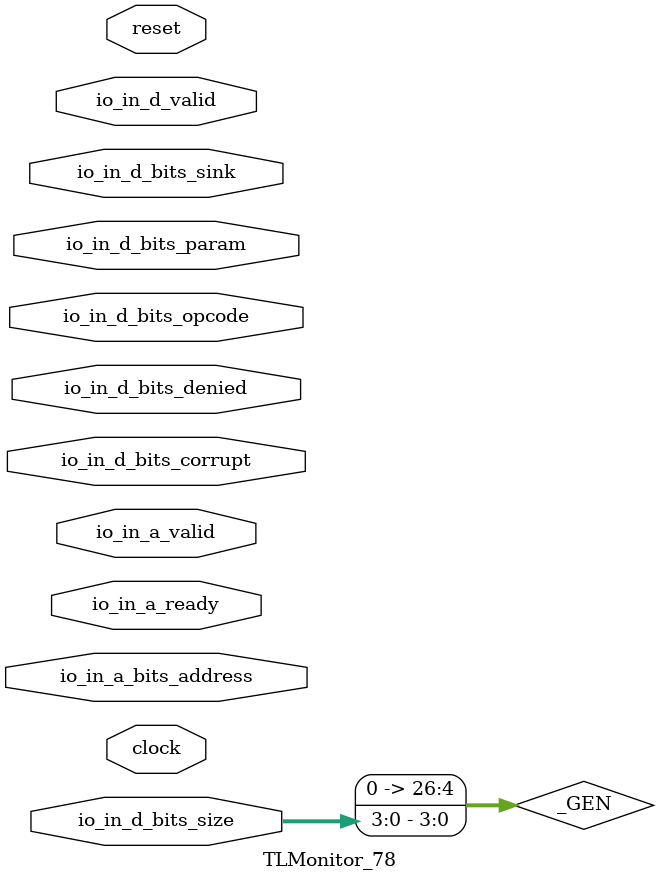
<source format=sv>
`ifndef RANDOMIZE
  `ifdef RANDOMIZE_REG_INIT
    `define RANDOMIZE
  `endif // RANDOMIZE_REG_INIT
`endif // not def RANDOMIZE
`ifndef RANDOMIZE
  `ifdef RANDOMIZE_MEM_INIT
    `define RANDOMIZE
  `endif // RANDOMIZE_MEM_INIT
`endif // not def RANDOMIZE

`ifndef RANDOM
  `define RANDOM $random
`endif // not def RANDOM

// Users can define 'PRINTF_COND' to add an extra gate to prints.
`ifndef PRINTF_COND_
  `ifdef PRINTF_COND
    `define PRINTF_COND_ (`PRINTF_COND)
  `else  // PRINTF_COND
    `define PRINTF_COND_ 1
  `endif // PRINTF_COND
`endif // not def PRINTF_COND_

// Users can define 'ASSERT_VERBOSE_COND' to add an extra gate to assert error printing.
`ifndef ASSERT_VERBOSE_COND_
  `ifdef ASSERT_VERBOSE_COND
    `define ASSERT_VERBOSE_COND_ (`ASSERT_VERBOSE_COND)
  `else  // ASSERT_VERBOSE_COND
    `define ASSERT_VERBOSE_COND_ 1
  `endif // ASSERT_VERBOSE_COND
`endif // not def ASSERT_VERBOSE_COND_

// Users can define 'STOP_COND' to add an extra gate to stop conditions.
`ifndef STOP_COND_
  `ifdef STOP_COND
    `define STOP_COND_ (`STOP_COND)
  `else  // STOP_COND
    `define STOP_COND_ 1
  `endif // STOP_COND
`endif // not def STOP_COND_

// Users can define INIT_RANDOM as general code that gets injected into the
// initializer block for modules with registers.
`ifndef INIT_RANDOM
  `define INIT_RANDOM
`endif // not def INIT_RANDOM

// If using random initialization, you can also define RANDOMIZE_DELAY to
// customize the delay used, otherwise 0.002 is used.
`ifndef RANDOMIZE_DELAY
  `define RANDOMIZE_DELAY 0.002
`endif // not def RANDOMIZE_DELAY

// Define INIT_RANDOM_PROLOG_ for use in our modules below.
`ifndef INIT_RANDOM_PROLOG_
  `ifdef RANDOMIZE
    `ifdef VERILATOR
      `define INIT_RANDOM_PROLOG_ `INIT_RANDOM
    `else  // VERILATOR
      `define INIT_RANDOM_PROLOG_ `INIT_RANDOM #`RANDOMIZE_DELAY begin end
    `endif // VERILATOR
  `else  // RANDOMIZE
    `define INIT_RANDOM_PROLOG_
  `endif // RANDOMIZE
`endif // not def INIT_RANDOM_PROLOG_

module TLMonitor_78(
  input        clock,
               reset,
               io_in_a_ready,
               io_in_a_valid,
  input [34:0] io_in_a_bits_address,
  input        io_in_d_valid,
  input [2:0]  io_in_d_bits_opcode,
  input [1:0]  io_in_d_bits_param,
  input [3:0]  io_in_d_bits_size,
  input [4:0]  io_in_d_bits_sink,
  input        io_in_d_bits_denied,
               io_in_d_bits_corrupt
);

  wire [31:0] _plusarg_reader_1_out;	// @[PlusArg.scala:80:11]
  wire [31:0] _plusarg_reader_out;	// @[PlusArg.scala:80:11]
  wire        _T_1454 = io_in_a_ready & io_in_a_valid;	// @[Decoupled.scala:51:35]
  reg  [8:0]  a_first_counter;	// @[Edges.scala:228:27]
  reg  [2:0]  opcode;	// @[Monitor.scala:384:22]
  reg  [2:0]  param;	// @[Monitor.scala:385:22]
  reg  [3:0]  size;	// @[Monitor.scala:386:22]
  reg         source;	// @[Monitor.scala:387:22]
  reg  [34:0] address;	// @[Monitor.scala:388:22]
  reg  [8:0]  d_first_counter;	// @[Edges.scala:228:27]
  reg  [2:0]  opcode_1;	// @[Monitor.scala:535:22]
  reg  [1:0]  param_1;	// @[Monitor.scala:536:22]
  reg  [3:0]  size_1;	// @[Monitor.scala:537:22]
  reg         source_1;	// @[Monitor.scala:538:22]
  reg  [4:0]  sink;	// @[Monitor.scala:539:22]
  reg         denied;	// @[Monitor.scala:540:22]
  reg         inflight;	// @[Monitor.scala:611:27]
  reg  [3:0]  inflight_opcodes;	// @[Monitor.scala:613:35]
  reg  [7:0]  inflight_sizes;	// @[Monitor.scala:615:33]
  reg  [8:0]  a_first_counter_1;	// @[Edges.scala:228:27]
  wire        a_first_1 = a_first_counter_1 == 9'h0;	// @[Edges.scala:228:27, :230:25]
  reg  [8:0]  d_first_counter_1;	// @[Edges.scala:228:27]
  wire        d_first_1 = d_first_counter_1 == 9'h0;	// @[Edges.scala:228:27, :230:25]
  wire        a_set = _T_1454 & a_first_1;	// @[Decoupled.scala:51:35, Edges.scala:230:25, Monitor.scala:652:27]
  wire        d_release_ack = io_in_d_bits_opcode == 3'h6;	// @[Monitor.scala:81:25, :670:46]
  reg  [31:0] watchdog;	// @[Monitor.scala:706:27]
  reg  [8:0]  d_first_counter_2;	// @[Edges.scala:228:27]
  wire        d_first_2 = d_first_counter_2 == 9'h0;	// @[Edges.scala:228:27, :230:25]
  wire [26:0] _GEN = {23'h0, io_in_d_bits_size};	// @[package.scala:235:71]
  wire [26:0] _d_first_beats1_decode_T_1 = 27'hFFF << _GEN;	// @[package.scala:235:71]
  wire [26:0] _d_first_beats1_decode_T_5 = 27'hFFF << _GEN;	// @[package.scala:235:71]
  wire [26:0] _d_first_beats1_decode_T_9 = 27'hFFF << _GEN;	// @[package.scala:235:71]
  wire        d_clr = io_in_d_valid & d_first_1 & ~d_release_ack;	// @[Edges.scala:230:25, Monitor.scala:670:46, :671:74, :675:72]
  wire        _T_1345 = _T_1454 & ~(|a_first_counter);	// @[Decoupled.scala:51:35, Edges.scala:228:27, :230:25, Monitor.scala:396:20]
  wire        _T_1373 = io_in_d_valid & ~(|d_first_counter);	// @[Edges.scala:228:27, :230:25, Monitor.scala:549:20]
  always @(posedge clock) begin
    if (reset) begin
      a_first_counter <= 9'h0;	// @[Edges.scala:228:27]
      d_first_counter <= 9'h0;	// @[Edges.scala:228:27]
      inflight <= 1'h0;	// @[Monitor.scala:611:27]
      inflight_opcodes <= 4'h0;	// @[Misc.scala:205:21, Monitor.scala:613:35, :638:65]
      inflight_sizes <= 8'h0;	// @[Monitor.scala:615:33, :745:35]
      a_first_counter_1 <= 9'h0;	// @[Edges.scala:228:27]
      d_first_counter_1 <= 9'h0;	// @[Edges.scala:228:27]
      watchdog <= 32'h0;	// @[Monitor.scala:706:27]
      d_first_counter_2 <= 9'h0;	// @[Edges.scala:228:27]
    end
    else begin
      if (_T_1454) begin	// @[Decoupled.scala:51:35]
        if (|a_first_counter)	// @[Edges.scala:228:27, :230:25]
          a_first_counter <= a_first_counter - 9'h1;	// @[Edges.scala:228:27, :229:28]
        else	// @[Edges.scala:230:25]
          a_first_counter <= 9'h0;	// @[Edges.scala:228:27]
        if (a_first_1)	// @[Edges.scala:230:25]
          a_first_counter_1 <= 9'h0;	// @[Edges.scala:228:27]
        else	// @[Edges.scala:230:25]
          a_first_counter_1 <= a_first_counter_1 - 9'h1;	// @[Edges.scala:228:27, :229:28]
      end
      if (io_in_d_valid) begin
        if (|d_first_counter)	// @[Edges.scala:228:27, :230:25]
          d_first_counter <= d_first_counter - 9'h1;	// @[Edges.scala:228:27, :229:28]
        else if (io_in_d_bits_opcode[0])	// @[Edges.scala:105:36]
          d_first_counter <= ~(_d_first_beats1_decode_T_1[11:3]);	// @[Edges.scala:228:27, package.scala:235:{46,71,76}]
        else	// @[Edges.scala:105:36]
          d_first_counter <= 9'h0;	// @[Edges.scala:228:27]
        if (d_first_1) begin	// @[Edges.scala:230:25]
          if (io_in_d_bits_opcode[0])	// @[Edges.scala:105:36]
            d_first_counter_1 <= ~(_d_first_beats1_decode_T_5[11:3]);	// @[Edges.scala:228:27, package.scala:235:{46,71,76}]
          else	// @[Edges.scala:105:36]
            d_first_counter_1 <= 9'h0;	// @[Edges.scala:228:27]
        end
        else	// @[Edges.scala:230:25]
          d_first_counter_1 <= d_first_counter_1 - 9'h1;	// @[Edges.scala:228:27, :229:28]
        if (d_first_2) begin	// @[Edges.scala:230:25]
          if (io_in_d_bits_opcode[0])	// @[Edges.scala:105:36]
            d_first_counter_2 <= ~(_d_first_beats1_decode_T_9[11:3]);	// @[Edges.scala:228:27, package.scala:235:{46,71,76}]
          else	// @[Edges.scala:105:36]
            d_first_counter_2 <= 9'h0;	// @[Edges.scala:228:27]
        end
        else	// @[Edges.scala:230:25]
          d_first_counter_2 <= d_first_counter_2 - 9'h1;	// @[Edges.scala:228:27, :229:28]
      end
      inflight <= (inflight | a_set) & ~d_clr;	// @[Monitor.scala:611:27, :652:27, :675:72, :702:{27,36,38}]
      inflight_opcodes <= (inflight_opcodes | (a_set ? 4'h9 : 4'h0)) & ~{4{d_clr}};	// @[Misc.scala:205:21, Monitor.scala:613:35, :627:33, :638:65, :652:{27,72}, :654:61, :656:28, :665:33, :675:{72,91}, :677:21, :703:{43,60,62}]
      inflight_sizes <= (inflight_sizes | (a_set ? {3'h0, a_set ? 5'hD : 5'h0} : 8'h0)) & ~{8{d_clr}};	// @[Bundles.scala:262:74, Monitor.scala:615:33, :629:31, :645:38, :652:{27,72}, :655:{28,59}, :657:28, :667:31, :675:{72,91}, :678:21, :704:{39,54,56}, :745:35]
      if (_T_1454 | io_in_d_valid)	// @[Decoupled.scala:51:35, Monitor.scala:712:27]
        watchdog <= 32'h0;	// @[Monitor.scala:706:27]
      else	// @[Monitor.scala:712:27]
        watchdog <= watchdog + 32'h1;	// @[Monitor.scala:706:27, :711:26]
    end
    if (_T_1345) begin	// @[Monitor.scala:396:20]
      opcode <= 3'h4;	// @[Monitor.scala:384:22]
      param <= 3'h0;	// @[Monitor.scala:385:22]
      size <= 4'h6;	// @[Monitor.scala:386:22]
      address <= io_in_a_bits_address;	// @[Monitor.scala:388:22]
    end
    source <= ~_T_1345 & source;	// @[Monitor.scala:387:22, :396:{20,32}, :400:15]
    if (_T_1373) begin	// @[Monitor.scala:549:20]
      opcode_1 <= io_in_d_bits_opcode;	// @[Monitor.scala:535:22]
      param_1 <= io_in_d_bits_param;	// @[Monitor.scala:536:22]
      size_1 <= io_in_d_bits_size;	// @[Monitor.scala:537:22]
      sink <= io_in_d_bits_sink;	// @[Monitor.scala:539:22]
      denied <= io_in_d_bits_denied;	// @[Monitor.scala:540:22]
    end
    source_1 <= ~_T_1373 & source_1;	// @[Monitor.scala:538:22, :549:{20,32}, :553:15]
  end // always @(posedge)
  `ifndef SYNTHESIS
    wire  [7:0][2:0] _GEN_0 = '{3'h4, 3'h5, 3'h2, 3'h1, 3'h1, 3'h1, 3'h0, 3'h0};	// @[Monitor.scala:690:38]
    wire  [7:0][2:0] _GEN_1 = '{3'h4, 3'h4, 3'h2, 3'h1, 3'h1, 3'h1, 3'h0, 3'h0};	// @[Monitor.scala:689:38]
    wire             _GEN_2 = io_in_d_valid & io_in_d_bits_opcode == 3'h6;	// @[Monitor.scala:81:25, :310:{25,52}]
    wire             _GEN_3 = io_in_d_bits_size < 4'h3;	// @[Monitor.scala:312:27]
    wire             _GEN_4 = io_in_d_valid & io_in_d_bits_opcode == 3'h4;	// @[Monitor.scala:318:{25,47}]
    wire             _GEN_5 = io_in_d_bits_param == 2'h2;	// @[Bundles.scala:111:27, Monitor.scala:323:28]
    wire             _GEN_6 = io_in_d_valid & io_in_d_bits_opcode == 3'h5;	// @[Monitor.scala:146:25, :328:{25,51}]
    wire             _GEN_7 = io_in_d_valid & io_in_d_bits_opcode == 3'h0;	// @[Monitor.scala:338:{25,51}]
    wire             _GEN_8 = io_in_d_valid & io_in_d_bits_opcode == 3'h1;	// @[Misc.scala:201:81, Monitor.scala:346:{25,55}]
    wire             _GEN_9 = io_in_d_valid & io_in_d_bits_opcode == 3'h2;	// @[Monitor.scala:354:{25,49}, :640:42]
    wire             _T_1323 = io_in_a_valid & (|a_first_counter);	// @[Edges.scala:228:27, :230:25, Monitor.scala:389:19]
    wire             _T_1347 = io_in_d_valid & (|d_first_counter);	// @[Edges.scala:228:27, :230:25, Monitor.scala:541:19]
    wire             a_set_wo_ready = io_in_a_valid & a_first_1;	// @[Edges.scala:230:25, Monitor.scala:648:26]
    wire             _T_1426 = io_in_d_valid & d_first_1;	// @[Edges.scala:230:25, Monitor.scala:671:26]
    wire             _T_1397 = _T_1426 & ~d_release_ack;	// @[Monitor.scala:670:46, :671:{26,74}, :680:71]
    wire             _GEN_10 = _T_1397 & a_set_wo_ready;	// @[Monitor.scala:648:26, :680:71, :684:30]
    wire             _GEN_11 = _T_1397 & ~a_set_wo_ready;	// @[Monitor.scala:648:26, :680:71, :684:30]
    wire             _T_1483 = io_in_d_valid & d_first_2 & d_release_ack;	// @[Edges.scala:230:25, Monitor.scala:670:46, :791:71]
    always @(posedge clock) begin	// @[Monitor.scala:42:11]
      if (io_in_a_valid & ~reset & ~(io_in_a_bits_address[34:12] == 23'h3 | {io_in_a_bits_address[34:15], io_in_a_bits_address[13:12]} == 22'h0 | io_in_a_bits_address[34:16] == 19'h1 | io_in_a_bits_address[34:16] == 19'h2 | {io_in_a_bits_address[34:17] ^ 18'h8, io_in_a_bits_address[15:12]} == 22'h0 | io_in_a_bits_address[34:16] == 19'h200 | io_in_a_bits_address[34:12] == 23'h2010 | io_in_a_bits_address[34:16] == 19'h800 | io_in_a_bits_address[34:26] == 9'h3 | io_in_a_bits_address[34:12] == 23'h10020 | io_in_a_bits_address[34:31] == 4'h1 | io_in_a_bits_address[34:32] == 3'h1 | io_in_a_bits_address[34:33] == 2'h1 | io_in_a_bits_address[34:31] == 4'h8)) begin	// @[Misc.scala:201:81, Monitor.scala:42:11, Parameters.scala:137:{31,45,65}, :672:30]
        if (`ASSERT_VERBOSE_COND_)	// @[Monitor.scala:42:11]
          $error("Assertion failed: 'A' channel carries Get type which slave claims it can't support (connected at tile.scala:138:21)\n    at Monitor.scala:42 assert(cond, message)\n");	// @[Monitor.scala:42:11]
        if (`STOP_COND_)	// @[Monitor.scala:42:11]
          $fatal;	// @[Monitor.scala:42:11]
      end
      if (io_in_a_valid & ~reset & (|(io_in_a_bits_address[5:0]))) begin	// @[Edges.scala:20:{16,24}, Monitor.scala:42:11]
        if (`ASSERT_VERBOSE_COND_)	// @[Monitor.scala:42:11]
          $error("Assertion failed: 'A' channel Get address not aligned to size (connected at tile.scala:138:21)\n    at Monitor.scala:42 assert(cond, message)\n");	// @[Monitor.scala:42:11]
        if (`STOP_COND_)	// @[Monitor.scala:42:11]
          $fatal;	// @[Monitor.scala:42:11]
      end
      if (io_in_d_valid & ~reset & (&io_in_d_bits_opcode)) begin	// @[Bundles.scala:45:24, Monitor.scala:49:11]
        if (`ASSERT_VERBOSE_COND_)	// @[Monitor.scala:49:11]
          $error("Assertion failed: 'D' channel has invalid opcode (connected at tile.scala:138:21)\n    at Monitor.scala:49 assert(cond, message)\n");	// @[Monitor.scala:49:11]
        if (`STOP_COND_)	// @[Monitor.scala:49:11]
          $fatal;	// @[Monitor.scala:49:11]
      end
      if (_GEN_2 & ~reset & _GEN_3) begin	// @[Monitor.scala:49:11, :310:52, :312:27]
        if (`ASSERT_VERBOSE_COND_)	// @[Monitor.scala:49:11]
          $error("Assertion failed: 'D' channel ReleaseAck smaller than a beat (connected at tile.scala:138:21)\n    at Monitor.scala:49 assert(cond, message)\n");	// @[Monitor.scala:49:11]
        if (`STOP_COND_)	// @[Monitor.scala:49:11]
          $fatal;	// @[Monitor.scala:49:11]
      end
      if (_GEN_2 & ~reset & (|io_in_d_bits_param)) begin	// @[Monitor.scala:49:11, :310:52, :313:28]
        if (`ASSERT_VERBOSE_COND_)	// @[Monitor.scala:49:11]
          $error("Assertion failed: 'D' channel ReleaseeAck carries invalid param (connected at tile.scala:138:21)\n    at Monitor.scala:49 assert(cond, message)\n");	// @[Monitor.scala:49:11]
        if (`STOP_COND_)	// @[Monitor.scala:49:11]
          $fatal;	// @[Monitor.scala:49:11]
      end
      if (_GEN_2 & ~reset & io_in_d_bits_corrupt) begin	// @[Monitor.scala:49:11, :310:52]
        if (`ASSERT_VERBOSE_COND_)	// @[Monitor.scala:49:11]
          $error("Assertion failed: 'D' channel ReleaseAck is corrupt (connected at tile.scala:138:21)\n    at Monitor.scala:49 assert(cond, message)\n");	// @[Monitor.scala:49:11]
        if (`STOP_COND_)	// @[Monitor.scala:49:11]
          $fatal;	// @[Monitor.scala:49:11]
      end
      if (_GEN_2 & ~reset & io_in_d_bits_denied) begin	// @[Monitor.scala:49:11, :310:52]
        if (`ASSERT_VERBOSE_COND_)	// @[Monitor.scala:49:11]
          $error("Assertion failed: 'D' channel ReleaseAck is denied (connected at tile.scala:138:21)\n    at Monitor.scala:49 assert(cond, message)\n");	// @[Monitor.scala:49:11]
        if (`STOP_COND_)	// @[Monitor.scala:49:11]
          $fatal;	// @[Monitor.scala:49:11]
      end
      if (_GEN_4 & ~reset & _GEN_3) begin	// @[Monitor.scala:49:11, :312:27, :318:47]
        if (`ASSERT_VERBOSE_COND_)	// @[Monitor.scala:49:11]
          $error("Assertion failed: 'D' channel Grant smaller than a beat (connected at tile.scala:138:21)\n    at Monitor.scala:49 assert(cond, message)\n");	// @[Monitor.scala:49:11]
        if (`STOP_COND_)	// @[Monitor.scala:49:11]
          $fatal;	// @[Monitor.scala:49:11]
      end
      if (_GEN_4 & ~reset & (&io_in_d_bits_param)) begin	// @[Bundles.scala:105:26, Monitor.scala:49:11, :318:47]
        if (`ASSERT_VERBOSE_COND_)	// @[Monitor.scala:49:11]
          $error("Assertion failed: 'D' channel Grant carries invalid cap param (connected at tile.scala:138:21)\n    at Monitor.scala:49 assert(cond, message)\n");	// @[Monitor.scala:49:11]
        if (`STOP_COND_)	// @[Monitor.scala:49:11]
          $fatal;	// @[Monitor.scala:49:11]
      end
      if (_GEN_4 & ~reset & _GEN_5) begin	// @[Monitor.scala:49:11, :318:47, :323:28]
        if (`ASSERT_VERBOSE_COND_)	// @[Monitor.scala:49:11]
          $error("Assertion failed: 'D' channel Grant carries toN param (connected at tile.scala:138:21)\n    at Monitor.scala:49 assert(cond, message)\n");	// @[Monitor.scala:49:11]
        if (`STOP_COND_)	// @[Monitor.scala:49:11]
          $fatal;	// @[Monitor.scala:49:11]
      end
      if (_GEN_4 & ~reset & io_in_d_bits_corrupt) begin	// @[Monitor.scala:49:11, :318:47]
        if (`ASSERT_VERBOSE_COND_)	// @[Monitor.scala:49:11]
          $error("Assertion failed: 'D' channel Grant is corrupt (connected at tile.scala:138:21)\n    at Monitor.scala:49 assert(cond, message)\n");	// @[Monitor.scala:49:11]
        if (`STOP_COND_)	// @[Monitor.scala:49:11]
          $fatal;	// @[Monitor.scala:49:11]
      end
      if (_GEN_6 & ~reset & _GEN_3) begin	// @[Monitor.scala:49:11, :312:27, :328:51]
        if (`ASSERT_VERBOSE_COND_)	// @[Monitor.scala:49:11]
          $error("Assertion failed: 'D' channel GrantData smaller than a beat (connected at tile.scala:138:21)\n    at Monitor.scala:49 assert(cond, message)\n");	// @[Monitor.scala:49:11]
        if (`STOP_COND_)	// @[Monitor.scala:49:11]
          $fatal;	// @[Monitor.scala:49:11]
      end
      if (_GEN_6 & ~reset & (&io_in_d_bits_param)) begin	// @[Bundles.scala:105:26, Monitor.scala:49:11, :328:51]
        if (`ASSERT_VERBOSE_COND_)	// @[Monitor.scala:49:11]
          $error("Assertion failed: 'D' channel GrantData carries invalid cap param (connected at tile.scala:138:21)\n    at Monitor.scala:49 assert(cond, message)\n");	// @[Monitor.scala:49:11]
        if (`STOP_COND_)	// @[Monitor.scala:49:11]
          $fatal;	// @[Monitor.scala:49:11]
      end
      if (_GEN_6 & ~reset & _GEN_5) begin	// @[Monitor.scala:49:11, :323:28, :328:51]
        if (`ASSERT_VERBOSE_COND_)	// @[Monitor.scala:49:11]
          $error("Assertion failed: 'D' channel GrantData carries toN param (connected at tile.scala:138:21)\n    at Monitor.scala:49 assert(cond, message)\n");	// @[Monitor.scala:49:11]
        if (`STOP_COND_)	// @[Monitor.scala:49:11]
          $fatal;	// @[Monitor.scala:49:11]
      end
      if (_GEN_6 & ~reset & ~(~io_in_d_bits_denied | io_in_d_bits_corrupt)) begin	// @[Monitor.scala:49:11, :328:51, :334:{15,30}]
        if (`ASSERT_VERBOSE_COND_)	// @[Monitor.scala:49:11]
          $error("Assertion failed: 'D' channel GrantData is denied but not corrupt (connected at tile.scala:138:21)\n    at Monitor.scala:49 assert(cond, message)\n");	// @[Monitor.scala:49:11]
        if (`STOP_COND_)	// @[Monitor.scala:49:11]
          $fatal;	// @[Monitor.scala:49:11]
      end
      if (_GEN_7 & ~reset & (|io_in_d_bits_param)) begin	// @[Monitor.scala:49:11, :338:51, :341:28]
        if (`ASSERT_VERBOSE_COND_)	// @[Monitor.scala:49:11]
          $error("Assertion failed: 'D' channel AccessAck carries invalid param (connected at tile.scala:138:21)\n    at Monitor.scala:49 assert(cond, message)\n");	// @[Monitor.scala:49:11]
        if (`STOP_COND_)	// @[Monitor.scala:49:11]
          $fatal;	// @[Monitor.scala:49:11]
      end
      if (_GEN_7 & ~reset & io_in_d_bits_corrupt) begin	// @[Monitor.scala:49:11, :338:51]
        if (`ASSERT_VERBOSE_COND_)	// @[Monitor.scala:49:11]
          $error("Assertion failed: 'D' channel AccessAck is corrupt (connected at tile.scala:138:21)\n    at Monitor.scala:49 assert(cond, message)\n");	// @[Monitor.scala:49:11]
        if (`STOP_COND_)	// @[Monitor.scala:49:11]
          $fatal;	// @[Monitor.scala:49:11]
      end
      if (_GEN_8 & ~reset & (|io_in_d_bits_param)) begin	// @[Monitor.scala:49:11, :346:55, :349:28]
        if (`ASSERT_VERBOSE_COND_)	// @[Monitor.scala:49:11]
          $error("Assertion failed: 'D' channel AccessAckData carries invalid param (connected at tile.scala:138:21)\n    at Monitor.scala:49 assert(cond, message)\n");	// @[Monitor.scala:49:11]
        if (`STOP_COND_)	// @[Monitor.scala:49:11]
          $fatal;	// @[Monitor.scala:49:11]
      end
      if (_GEN_8 & ~reset & ~(~io_in_d_bits_denied | io_in_d_bits_corrupt)) begin	// @[Monitor.scala:49:11, :346:55, :350:{15,30}]
        if (`ASSERT_VERBOSE_COND_)	// @[Monitor.scala:49:11]
          $error("Assertion failed: 'D' channel AccessAckData is denied but not corrupt (connected at tile.scala:138:21)\n    at Monitor.scala:49 assert(cond, message)\n");	// @[Monitor.scala:49:11]
        if (`STOP_COND_)	// @[Monitor.scala:49:11]
          $fatal;	// @[Monitor.scala:49:11]
      end
      if (_GEN_9 & ~reset & (|io_in_d_bits_param)) begin	// @[Monitor.scala:49:11, :354:49, :357:28]
        if (`ASSERT_VERBOSE_COND_)	// @[Monitor.scala:49:11]
          $error("Assertion failed: 'D' channel HintAck carries invalid param (connected at tile.scala:138:21)\n    at Monitor.scala:49 assert(cond, message)\n");	// @[Monitor.scala:49:11]
        if (`STOP_COND_)	// @[Monitor.scala:49:11]
          $fatal;	// @[Monitor.scala:49:11]
      end
      if (_GEN_9 & ~reset & io_in_d_bits_corrupt) begin	// @[Monitor.scala:49:11, :354:49]
        if (`ASSERT_VERBOSE_COND_)	// @[Monitor.scala:49:11]
          $error("Assertion failed: 'D' channel HintAck is corrupt (connected at tile.scala:138:21)\n    at Monitor.scala:49 assert(cond, message)\n");	// @[Monitor.scala:49:11]
        if (`STOP_COND_)	// @[Monitor.scala:49:11]
          $fatal;	// @[Monitor.scala:49:11]
      end
      if (_T_1323 & ~reset & opcode != 3'h4) begin	// @[Monitor.scala:42:11, :384:22, :389:19, :390:32]
        if (`ASSERT_VERBOSE_COND_)	// @[Monitor.scala:42:11]
          $error("Assertion failed: 'A' channel opcode changed within multibeat operation (connected at tile.scala:138:21)\n    at Monitor.scala:42 assert(cond, message)\n");	// @[Monitor.scala:42:11]
        if (`STOP_COND_)	// @[Monitor.scala:42:11]
          $fatal;	// @[Monitor.scala:42:11]
      end
      if (_T_1323 & ~reset & (|param)) begin	// @[Monitor.scala:42:11, :385:22, :389:19, :391:32]
        if (`ASSERT_VERBOSE_COND_)	// @[Monitor.scala:42:11]
          $error("Assertion failed: 'A' channel param changed within multibeat operation (connected at tile.scala:138:21)\n    at Monitor.scala:42 assert(cond, message)\n");	// @[Monitor.scala:42:11]
        if (`STOP_COND_)	// @[Monitor.scala:42:11]
          $fatal;	// @[Monitor.scala:42:11]
      end
      if (_T_1323 & ~reset & size != 4'h6) begin	// @[Monitor.scala:42:11, :386:22, :389:19, :392:32]
        if (`ASSERT_VERBOSE_COND_)	// @[Monitor.scala:42:11]
          $error("Assertion failed: 'A' channel size changed within multibeat operation (connected at tile.scala:138:21)\n    at Monitor.scala:42 assert(cond, message)\n");	// @[Monitor.scala:42:11]
        if (`STOP_COND_)	// @[Monitor.scala:42:11]
          $fatal;	// @[Monitor.scala:42:11]
      end
      if (_T_1323 & ~reset & source) begin	// @[Monitor.scala:42:11, :387:22, :389:19]
        if (`ASSERT_VERBOSE_COND_)	// @[Monitor.scala:42:11]
          $error("Assertion failed: 'A' channel source changed within multibeat operation (connected at tile.scala:138:21)\n    at Monitor.scala:42 assert(cond, message)\n");	// @[Monitor.scala:42:11]
        if (`STOP_COND_)	// @[Monitor.scala:42:11]
          $fatal;	// @[Monitor.scala:42:11]
      end
      if (_T_1323 & ~reset & io_in_a_bits_address != address) begin	// @[Monitor.scala:42:11, :388:22, :389:19, :394:32]
        if (`ASSERT_VERBOSE_COND_)	// @[Monitor.scala:42:11]
          $error("Assertion failed: 'A' channel address changed with multibeat operation (connected at tile.scala:138:21)\n    at Monitor.scala:42 assert(cond, message)\n");	// @[Monitor.scala:42:11]
        if (`STOP_COND_)	// @[Monitor.scala:42:11]
          $fatal;	// @[Monitor.scala:42:11]
      end
      if (_T_1347 & ~reset & io_in_d_bits_opcode != opcode_1) begin	// @[Monitor.scala:49:11, :535:22, :541:19, :542:29]
        if (`ASSERT_VERBOSE_COND_)	// @[Monitor.scala:49:11]
          $error("Assertion failed: 'D' channel opcode changed within multibeat operation (connected at tile.scala:138:21)\n    at Monitor.scala:49 assert(cond, message)\n");	// @[Monitor.scala:49:11]
        if (`STOP_COND_)	// @[Monitor.scala:49:11]
          $fatal;	// @[Monitor.scala:49:11]
      end
      if (_T_1347 & ~reset & io_in_d_bits_param != param_1) begin	// @[Monitor.scala:49:11, :536:22, :541:19, :543:29]
        if (`ASSERT_VERBOSE_COND_)	// @[Monitor.scala:49:11]
          $error("Assertion failed: 'D' channel param changed within multibeat operation (connected at tile.scala:138:21)\n    at Monitor.scala:49 assert(cond, message)\n");	// @[Monitor.scala:49:11]
        if (`STOP_COND_)	// @[Monitor.scala:49:11]
          $fatal;	// @[Monitor.scala:49:11]
      end
      if (_T_1347 & ~reset & io_in_d_bits_size != size_1) begin	// @[Monitor.scala:49:11, :537:22, :541:19, :544:29]
        if (`ASSERT_VERBOSE_COND_)	// @[Monitor.scala:49:11]
          $error("Assertion failed: 'D' channel size changed within multibeat operation (connected at tile.scala:138:21)\n    at Monitor.scala:49 assert(cond, message)\n");	// @[Monitor.scala:49:11]
        if (`STOP_COND_)	// @[Monitor.scala:49:11]
          $fatal;	// @[Monitor.scala:49:11]
      end
      if (_T_1347 & ~reset & source_1) begin	// @[Monitor.scala:49:11, :538:22, :541:19]
        if (`ASSERT_VERBOSE_COND_)	// @[Monitor.scala:49:11]
          $error("Assertion failed: 'D' channel source changed within multibeat operation (connected at tile.scala:138:21)\n    at Monitor.scala:49 assert(cond, message)\n");	// @[Monitor.scala:49:11]
        if (`STOP_COND_)	// @[Monitor.scala:49:11]
          $fatal;	// @[Monitor.scala:49:11]
      end
      if (_T_1347 & ~reset & io_in_d_bits_sink != sink) begin	// @[Monitor.scala:49:11, :539:22, :541:19, :546:29]
        if (`ASSERT_VERBOSE_COND_)	// @[Monitor.scala:49:11]
          $error("Assertion failed: 'D' channel sink changed with multibeat operation (connected at tile.scala:138:21)\n    at Monitor.scala:49 assert(cond, message)\n");	// @[Monitor.scala:49:11]
        if (`STOP_COND_)	// @[Monitor.scala:49:11]
          $fatal;	// @[Monitor.scala:49:11]
      end
      if (_T_1347 & ~reset & io_in_d_bits_denied != denied) begin	// @[Monitor.scala:49:11, :540:22, :541:19, :547:29]
        if (`ASSERT_VERBOSE_COND_)	// @[Monitor.scala:49:11]
          $error("Assertion failed: 'D' channel denied changed with multibeat operation (connected at tile.scala:138:21)\n    at Monitor.scala:49 assert(cond, message)\n");	// @[Monitor.scala:49:11]
        if (`STOP_COND_)	// @[Monitor.scala:49:11]
          $fatal;	// @[Monitor.scala:49:11]
      end
      if (a_set & ~reset & inflight) begin	// @[Monitor.scala:42:11, :611:27, :652:27]
        if (`ASSERT_VERBOSE_COND_)	// @[Monitor.scala:42:11]
          $error("Assertion failed: 'A' channel re-used a source ID (connected at tile.scala:138:21)\n    at Monitor.scala:42 assert(cond, message)\n");	// @[Monitor.scala:42:11]
        if (`STOP_COND_)	// @[Monitor.scala:42:11]
          $fatal;	// @[Monitor.scala:42:11]
      end
      if (_T_1397 & ~reset & ~(inflight | a_set_wo_ready)) begin	// @[Monitor.scala:49:11, :611:27, :648:26, :680:71, :682:49]
        if (`ASSERT_VERBOSE_COND_)	// @[Monitor.scala:49:11]
          $error("Assertion failed: 'D' channel acknowledged for nothing inflight (connected at tile.scala:138:21)\n    at Monitor.scala:49 assert(cond, message)\n");	// @[Monitor.scala:49:11]
        if (`STOP_COND_)	// @[Monitor.scala:49:11]
          $fatal;	// @[Monitor.scala:49:11]
      end
      if (_GEN_10 & ~reset & ~(io_in_d_bits_opcode == 3'h1 | io_in_d_bits_opcode == 3'h1)) begin	// @[Misc.scala:201:81, Monitor.scala:49:11, :684:30, :685:{38,77}, :686:39]
        if (`ASSERT_VERBOSE_COND_)	// @[Monitor.scala:49:11]
          $error("Assertion failed: 'D' channel contains improper opcode response (connected at tile.scala:138:21)\n    at Monitor.scala:49 assert(cond, message)\n");	// @[Monitor.scala:49:11]
        if (`STOP_COND_)	// @[Monitor.scala:49:11]
          $fatal;	// @[Monitor.scala:49:11]
      end
      if (_GEN_10 & ~reset & io_in_d_bits_size != 4'h6) begin	// @[Monitor.scala:49:11, :684:30, :687:36]
        if (`ASSERT_VERBOSE_COND_)	// @[Monitor.scala:49:11]
          $error("Assertion failed: 'D' channel contains improper response size (connected at tile.scala:138:21)\n    at Monitor.scala:49 assert(cond, message)\n");	// @[Monitor.scala:49:11]
        if (`STOP_COND_)	// @[Monitor.scala:49:11]
          $fatal;	// @[Monitor.scala:49:11]
      end
      if (_GEN_11 & ~reset & ~(io_in_d_bits_opcode == _GEN_1[inflight_opcodes[3:1]] | io_in_d_bits_opcode == _GEN_0[inflight_opcodes[3:1]])) begin	// @[Monitor.scala:42:11, :49:11, :613:35, :634:152, :684:30, :689:{38,72}, :690:38]
        if (`ASSERT_VERBOSE_COND_)	// @[Monitor.scala:49:11]
          $error("Assertion failed: 'D' channel contains improper opcode response (connected at tile.scala:138:21)\n    at Monitor.scala:49 assert(cond, message)\n");	// @[Monitor.scala:49:11]
        if (`STOP_COND_)	// @[Monitor.scala:49:11]
          $fatal;	// @[Monitor.scala:49:11]
      end
      if (_GEN_11 & ~reset & {4'h0, io_in_d_bits_size} != {1'h0, inflight_sizes[7:1]}) begin	// @[Misc.scala:205:21, Monitor.scala:42:11, :49:11, :615:33, :638:{19,65,144}, :684:30, :691:36]
        if (`ASSERT_VERBOSE_COND_)	// @[Monitor.scala:49:11]
          $error("Assertion failed: 'D' channel contains improper response size (connected at tile.scala:138:21)\n    at Monitor.scala:49 assert(cond, message)\n");	// @[Monitor.scala:49:11]
        if (`STOP_COND_)	// @[Monitor.scala:49:11]
          $fatal;	// @[Monitor.scala:49:11]
      end
      if (_T_1426 & a_first_1 & io_in_a_valid & ~d_release_ack & ~reset & ~io_in_a_ready) begin	// @[Edges.scala:230:25, Monitor.scala:49:11, :670:46, :671:{26,74}]
        if (`ASSERT_VERBOSE_COND_)	// @[Monitor.scala:49:11]
          $error("Assertion failed: ready check\n    at Monitor.scala:49 assert(cond, message)\n");	// @[Monitor.scala:49:11]
        if (`STOP_COND_)	// @[Monitor.scala:49:11]
          $fatal;	// @[Monitor.scala:49:11]
      end
      if (~reset & ~(a_set_wo_ready != (_T_1426 & ~d_release_ack) | ~a_set_wo_ready)) begin	// @[Monitor.scala:49:11, :648:26, :670:46, :671:{26,71,74}, :699:{29,48,51}]
        if (`ASSERT_VERBOSE_COND_)	// @[Monitor.scala:49:11]
          $error("Assertion failed: 'A' and 'D' concurrent, despite minlatency 5 (connected at tile.scala:138:21)\n    at Monitor.scala:49 assert(cond, message)\n");	// @[Monitor.scala:49:11]
        if (`STOP_COND_)	// @[Monitor.scala:49:11]
          $fatal;	// @[Monitor.scala:49:11]
      end
      if (~reset & ~(~inflight | _plusarg_reader_out == 32'h0 | watchdog < _plusarg_reader_out)) begin	// @[Monitor.scala:42:11, :611:27, :706:27, :709:{16,39,47,59}, PlusArg.scala:80:11]
        if (`ASSERT_VERBOSE_COND_)	// @[Monitor.scala:42:11]
          $error("Assertion failed: TileLink timeout expired (connected at tile.scala:138:21)\n    at Monitor.scala:42 assert(cond, message)\n");	// @[Monitor.scala:42:11]
        if (`STOP_COND_)	// @[Monitor.scala:42:11]
          $fatal;	// @[Monitor.scala:42:11]
      end
      if (_T_1483 & ~reset) begin	// @[Monitor.scala:49:11, :791:71]
        if (`ASSERT_VERBOSE_COND_)	// @[Monitor.scala:49:11]
          $error("Assertion failed: 'D' channel acknowledged for nothing inflight (connected at tile.scala:138:21)\n    at Monitor.scala:49 assert(cond, message)\n");	// @[Monitor.scala:49:11]
        if (`STOP_COND_)	// @[Monitor.scala:49:11]
          $fatal;	// @[Monitor.scala:49:11]
      end
      if (_T_1483 & ~reset & (|io_in_d_bits_size)) begin	// @[Monitor.scala:49:11, :791:71, :797:36]
        if (`ASSERT_VERBOSE_COND_)	// @[Monitor.scala:49:11]
          $error("Assertion failed: 'D' channel contains improper response size (connected at tile.scala:138:21)\n    at Monitor.scala:49 assert(cond, message)\n");	// @[Monitor.scala:49:11]
        if (`STOP_COND_)	// @[Monitor.scala:49:11]
          $fatal;	// @[Monitor.scala:49:11]
      end
    end // always @(posedge)
    `ifdef FIRRTL_BEFORE_INITIAL
      `FIRRTL_BEFORE_INITIAL
    `endif // FIRRTL_BEFORE_INITIAL
    logic [31:0]     _RANDOM_0;
    logic [31:0]     _RANDOM_1;
    logic [31:0]     _RANDOM_2;
    logic [31:0]     _RANDOM_3;
    logic [31:0]     _RANDOM_4;
    logic [31:0]     _RANDOM_5;
    initial begin
      `ifdef INIT_RANDOM_PROLOG_
        `INIT_RANDOM_PROLOG_
      `endif // INIT_RANDOM_PROLOG_
      `ifdef RANDOMIZE_REG_INIT
        _RANDOM_0 = `RANDOM;
        _RANDOM_1 = `RANDOM;
        _RANDOM_2 = `RANDOM;
        _RANDOM_3 = `RANDOM;
        _RANDOM_4 = `RANDOM;
        _RANDOM_5 = `RANDOM;
        a_first_counter = _RANDOM_0[8:0];	// @[Edges.scala:228:27]
        opcode = _RANDOM_0[11:9];	// @[Edges.scala:228:27, Monitor.scala:384:22]
        param = _RANDOM_0[14:12];	// @[Edges.scala:228:27, Monitor.scala:385:22]
        size = _RANDOM_0[18:15];	// @[Edges.scala:228:27, Monitor.scala:386:22]
        source = _RANDOM_0[19];	// @[Edges.scala:228:27, Monitor.scala:387:22]
        address = {_RANDOM_0[31:20], _RANDOM_1[22:0]};	// @[Edges.scala:228:27, Monitor.scala:388:22]
        d_first_counter = _RANDOM_1[31:23];	// @[Edges.scala:228:27, Monitor.scala:388:22]
        opcode_1 = _RANDOM_2[2:0];	// @[Monitor.scala:535:22]
        param_1 = _RANDOM_2[4:3];	// @[Monitor.scala:535:22, :536:22]
        size_1 = _RANDOM_2[8:5];	// @[Monitor.scala:535:22, :537:22]
        source_1 = _RANDOM_2[9];	// @[Monitor.scala:535:22, :538:22]
        sink = _RANDOM_2[14:10];	// @[Monitor.scala:535:22, :539:22]
        denied = _RANDOM_2[15];	// @[Monitor.scala:535:22, :540:22]
        inflight = _RANDOM_2[16];	// @[Monitor.scala:535:22, :611:27]
        inflight_opcodes = _RANDOM_2[20:17];	// @[Monitor.scala:535:22, :613:35]
        inflight_sizes = _RANDOM_2[28:21];	// @[Monitor.scala:535:22, :615:33]
        a_first_counter_1 = {_RANDOM_2[31:29], _RANDOM_3[5:0]};	// @[Edges.scala:228:27, Monitor.scala:535:22]
        d_first_counter_1 = _RANDOM_3[14:6];	// @[Edges.scala:228:27]
        watchdog = {_RANDOM_3[31:15], _RANDOM_4[14:0]};	// @[Edges.scala:228:27, Monitor.scala:706:27]
        d_first_counter_2 = _RANDOM_5[13:5];	// @[Edges.scala:228:27]
      `endif // RANDOMIZE_REG_INIT
    end // initial
    `ifdef FIRRTL_AFTER_INITIAL
      `FIRRTL_AFTER_INITIAL
    `endif // FIRRTL_AFTER_INITIAL
  `endif // not def SYNTHESIS
  plusarg_reader #(
    .FORMAT("tilelink_timeout=%d"),
    .DEFAULT(0),
    .WIDTH(32)
  ) plusarg_reader (	// @[PlusArg.scala:80:11]
    .out (_plusarg_reader_out)
  );
  plusarg_reader #(
    .FORMAT("tilelink_timeout=%d"),
    .DEFAULT(0),
    .WIDTH(32)
  ) plusarg_reader_1 (	// @[PlusArg.scala:80:11]
    .out (_plusarg_reader_1_out)
  );
endmodule


</source>
